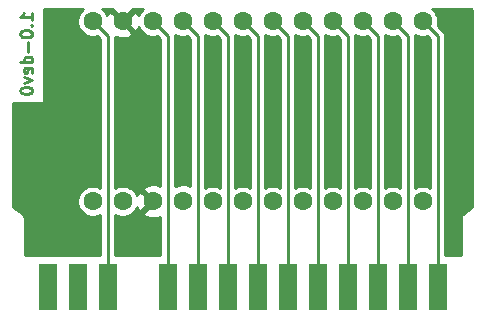
<source format=gbr>
G04 #@! TF.GenerationSoftware,KiCad,Pcbnew,(5.1.2-1)-1*
G04 #@! TF.CreationDate,2021-01-18T23:39:36-08:00*
G04 #@! TF.ProjectId,cart,63617274-2e6b-4696-9361-645f70636258,rev?*
G04 #@! TF.SameCoordinates,Original*
G04 #@! TF.FileFunction,Copper,L2,Bot*
G04 #@! TF.FilePolarity,Positive*
%FSLAX46Y46*%
G04 Gerber Fmt 4.6, Leading zero omitted, Abs format (unit mm)*
G04 Created by KiCad (PCBNEW (5.1.2-1)-1) date 2021-01-18 23:39:36*
%MOMM*%
%LPD*%
G04 APERTURE LIST*
%ADD10C,0.228600*%
%ADD11R,1.600000X4.000000*%
%ADD12C,1.600000*%
%ADD13C,0.600000*%
%ADD14C,0.254000*%
G04 APERTURE END LIST*
D10*
X121871619Y-104046685D02*
X121871619Y-103466113D01*
X121871619Y-103756399D02*
X120855619Y-103756399D01*
X121000761Y-103659637D01*
X121097523Y-103562875D01*
X121145904Y-103466113D01*
X121774857Y-104482113D02*
X121823238Y-104530494D01*
X121871619Y-104482113D01*
X121823238Y-104433732D01*
X121774857Y-104482113D01*
X121871619Y-104482113D01*
X120855619Y-105159447D02*
X120855619Y-105256209D01*
X120904000Y-105352970D01*
X120952380Y-105401351D01*
X121049142Y-105449732D01*
X121242666Y-105498113D01*
X121484571Y-105498113D01*
X121678095Y-105449732D01*
X121774857Y-105401351D01*
X121823238Y-105352970D01*
X121871619Y-105256209D01*
X121871619Y-105159447D01*
X121823238Y-105062685D01*
X121774857Y-105014304D01*
X121678095Y-104965923D01*
X121484571Y-104917542D01*
X121242666Y-104917542D01*
X121049142Y-104965923D01*
X120952380Y-105014304D01*
X120904000Y-105062685D01*
X120855619Y-105159447D01*
X121484571Y-105933542D02*
X121484571Y-106707637D01*
X121871619Y-107626875D02*
X120855619Y-107626875D01*
X121823238Y-107626875D02*
X121871619Y-107530113D01*
X121871619Y-107336590D01*
X121823238Y-107239828D01*
X121774857Y-107191447D01*
X121678095Y-107143066D01*
X121387809Y-107143066D01*
X121291047Y-107191447D01*
X121242666Y-107239828D01*
X121194285Y-107336590D01*
X121194285Y-107530113D01*
X121242666Y-107626875D01*
X121823238Y-108497732D02*
X121871619Y-108400970D01*
X121871619Y-108207447D01*
X121823238Y-108110685D01*
X121726476Y-108062304D01*
X121339428Y-108062304D01*
X121242666Y-108110685D01*
X121194285Y-108207447D01*
X121194285Y-108400970D01*
X121242666Y-108497732D01*
X121339428Y-108546113D01*
X121436190Y-108546113D01*
X121532952Y-108062304D01*
X121194285Y-108884780D02*
X121871619Y-109126685D01*
X121194285Y-109368590D01*
X120855619Y-109949161D02*
X120855619Y-110045923D01*
X120904000Y-110142685D01*
X120952380Y-110191066D01*
X121049142Y-110239447D01*
X121242666Y-110287828D01*
X121484571Y-110287828D01*
X121678095Y-110239447D01*
X121774857Y-110191066D01*
X121823238Y-110142685D01*
X121871619Y-110045923D01*
X121871619Y-109949161D01*
X121823238Y-109852399D01*
X121774857Y-109804018D01*
X121678095Y-109755637D01*
X121484571Y-109707256D01*
X121242666Y-109707256D01*
X121049142Y-109755637D01*
X120952380Y-109804018D01*
X120904000Y-109852399D01*
X120855619Y-109949161D01*
D11*
X123190000Y-126619000D03*
X125730000Y-126619000D03*
X128270000Y-126619000D03*
X133350000Y-126619000D03*
X135890000Y-126619000D03*
X138430000Y-126619000D03*
X140970000Y-126619000D03*
X143510000Y-126619000D03*
X146050000Y-126619000D03*
X148590000Y-126619000D03*
X151130000Y-126619000D03*
X156210000Y-126619000D03*
X153670000Y-126619000D03*
D12*
X127000000Y-104140000D03*
X129540000Y-104140000D03*
X132080000Y-104140000D03*
X134620000Y-104140000D03*
X137160000Y-104140000D03*
X139700000Y-104140000D03*
X142240000Y-104140000D03*
X144780000Y-104140000D03*
X147320000Y-104140000D03*
X149860000Y-104140000D03*
X152400000Y-104140000D03*
X154940000Y-104140000D03*
X154940000Y-119380000D03*
X152400000Y-119380000D03*
X149860000Y-119380000D03*
X147320000Y-119380000D03*
X144780000Y-119380000D03*
X142240000Y-119380000D03*
X139700000Y-119380000D03*
X137160000Y-119380000D03*
X134620000Y-119380000D03*
X132080000Y-119380000D03*
X129540000Y-119380000D03*
X127000000Y-119380000D03*
D13*
X134620000Y-111760000D03*
X137160000Y-111760000D03*
X139700000Y-111760000D03*
X142240000Y-111760000D03*
X144780000Y-111760000D03*
X147320000Y-111760000D03*
X149860000Y-111760000D03*
X152400000Y-111760000D03*
X154940000Y-111760000D03*
X158115000Y-111760000D03*
X124206000Y-111760000D03*
D14*
X128270000Y-105410000D02*
X128270000Y-126619000D01*
X127000000Y-104140000D02*
X128270000Y-105410000D01*
X133350000Y-105410000D02*
X133350000Y-126619000D01*
X132080000Y-104140000D02*
X133350000Y-105410000D01*
X135890000Y-105410000D02*
X135890000Y-126619000D01*
X134620000Y-104140000D02*
X135890000Y-105410000D01*
X138430000Y-105410000D02*
X138430000Y-126619000D01*
X137160000Y-104140000D02*
X138430000Y-105410000D01*
X140970000Y-105410000D02*
X140970000Y-126619000D01*
X139700000Y-104140000D02*
X140970000Y-105410000D01*
X143510000Y-105410000D02*
X143510000Y-126619000D01*
X142240000Y-104140000D02*
X143510000Y-105410000D01*
X146050000Y-105410000D02*
X146050000Y-126619000D01*
X144780000Y-104140000D02*
X146050000Y-105410000D01*
X148590000Y-105410000D02*
X148590000Y-126619000D01*
X147320000Y-104140000D02*
X148590000Y-105410000D01*
X151130000Y-105410000D02*
X151130000Y-126619000D01*
X149860000Y-104140000D02*
X151130000Y-105410000D01*
X156210000Y-105410000D02*
X156210000Y-126619000D01*
X154940000Y-104140000D02*
X156210000Y-105410000D01*
X153670000Y-105410000D02*
X153670000Y-126619000D01*
X152400000Y-104140000D02*
X153670000Y-105410000D01*
G36*
X128726903Y-103147298D02*
G01*
X129540000Y-103960395D01*
X130353097Y-103147298D01*
X130338339Y-103097000D01*
X131286622Y-103097000D01*
X131246199Y-103124010D01*
X131064010Y-103306199D01*
X130920865Y-103520430D01*
X130878772Y-103622051D01*
X130843603Y-103523708D01*
X130776671Y-103398486D01*
X130532702Y-103326903D01*
X129719605Y-104140000D01*
X130532702Y-104953097D01*
X130776671Y-104881514D01*
X130880492Y-104662100D01*
X130920865Y-104759570D01*
X131064010Y-104973801D01*
X131246199Y-105155990D01*
X131460430Y-105299135D01*
X131698470Y-105397734D01*
X131951173Y-105448000D01*
X132208827Y-105448000D01*
X132443330Y-105401354D01*
X132715000Y-105673025D01*
X132715001Y-118092930D01*
X132566004Y-118022429D01*
X132291816Y-117953700D01*
X132009488Y-117939783D01*
X131729870Y-117981213D01*
X131463708Y-118076397D01*
X131338486Y-118143329D01*
X131266903Y-118387298D01*
X132080000Y-119200395D01*
X132094143Y-119186253D01*
X132273748Y-119365858D01*
X132259605Y-119380000D01*
X132273748Y-119394143D01*
X132094143Y-119573748D01*
X132080000Y-119559605D01*
X131266903Y-120372702D01*
X131338486Y-120616671D01*
X131593996Y-120737571D01*
X131868184Y-120806300D01*
X132150512Y-120820217D01*
X132430130Y-120778787D01*
X132696292Y-120683603D01*
X132715001Y-120673603D01*
X132715001Y-123888500D01*
X128905000Y-123888500D01*
X128905000Y-120528825D01*
X128920430Y-120539135D01*
X129158470Y-120637734D01*
X129411173Y-120688000D01*
X129668827Y-120688000D01*
X129921530Y-120637734D01*
X130159570Y-120539135D01*
X130373801Y-120395990D01*
X130555990Y-120213801D01*
X130699135Y-119999570D01*
X130741228Y-119897949D01*
X130776397Y-119996292D01*
X130843329Y-120121514D01*
X131087298Y-120193097D01*
X131900395Y-119380000D01*
X131087298Y-118566903D01*
X130843329Y-118638486D01*
X130739508Y-118857900D01*
X130699135Y-118760430D01*
X130555990Y-118546199D01*
X130373801Y-118364010D01*
X130159570Y-118220865D01*
X129921530Y-118122266D01*
X129668827Y-118072000D01*
X129411173Y-118072000D01*
X129158470Y-118122266D01*
X128920430Y-118220865D01*
X128905000Y-118231175D01*
X128905000Y-105441180D01*
X128906328Y-105427699D01*
X129053996Y-105497571D01*
X129328184Y-105566300D01*
X129610512Y-105580217D01*
X129890130Y-105538787D01*
X130156292Y-105443603D01*
X130281514Y-105376671D01*
X130353097Y-105132702D01*
X129540000Y-104319605D01*
X129525858Y-104333748D01*
X129346253Y-104154143D01*
X129360395Y-104140000D01*
X128547298Y-103326903D01*
X128303329Y-103398486D01*
X128199508Y-103617900D01*
X128159135Y-103520430D01*
X128015990Y-103306199D01*
X127833801Y-103124010D01*
X127793378Y-103097000D01*
X128741661Y-103097000D01*
X128726903Y-103147298D01*
X128726903Y-103147298D01*
G37*
X128726903Y-103147298D02*
X129540000Y-103960395D01*
X130353097Y-103147298D01*
X130338339Y-103097000D01*
X131286622Y-103097000D01*
X131246199Y-103124010D01*
X131064010Y-103306199D01*
X130920865Y-103520430D01*
X130878772Y-103622051D01*
X130843603Y-103523708D01*
X130776671Y-103398486D01*
X130532702Y-103326903D01*
X129719605Y-104140000D01*
X130532702Y-104953097D01*
X130776671Y-104881514D01*
X130880492Y-104662100D01*
X130920865Y-104759570D01*
X131064010Y-104973801D01*
X131246199Y-105155990D01*
X131460430Y-105299135D01*
X131698470Y-105397734D01*
X131951173Y-105448000D01*
X132208827Y-105448000D01*
X132443330Y-105401354D01*
X132715000Y-105673025D01*
X132715001Y-118092930D01*
X132566004Y-118022429D01*
X132291816Y-117953700D01*
X132009488Y-117939783D01*
X131729870Y-117981213D01*
X131463708Y-118076397D01*
X131338486Y-118143329D01*
X131266903Y-118387298D01*
X132080000Y-119200395D01*
X132094143Y-119186253D01*
X132273748Y-119365858D01*
X132259605Y-119380000D01*
X132273748Y-119394143D01*
X132094143Y-119573748D01*
X132080000Y-119559605D01*
X131266903Y-120372702D01*
X131338486Y-120616671D01*
X131593996Y-120737571D01*
X131868184Y-120806300D01*
X132150512Y-120820217D01*
X132430130Y-120778787D01*
X132696292Y-120683603D01*
X132715001Y-120673603D01*
X132715001Y-123888500D01*
X128905000Y-123888500D01*
X128905000Y-120528825D01*
X128920430Y-120539135D01*
X129158470Y-120637734D01*
X129411173Y-120688000D01*
X129668827Y-120688000D01*
X129921530Y-120637734D01*
X130159570Y-120539135D01*
X130373801Y-120395990D01*
X130555990Y-120213801D01*
X130699135Y-119999570D01*
X130741228Y-119897949D01*
X130776397Y-119996292D01*
X130843329Y-120121514D01*
X131087298Y-120193097D01*
X131900395Y-119380000D01*
X131087298Y-118566903D01*
X130843329Y-118638486D01*
X130739508Y-118857900D01*
X130699135Y-118760430D01*
X130555990Y-118546199D01*
X130373801Y-118364010D01*
X130159570Y-118220865D01*
X129921530Y-118122266D01*
X129668827Y-118072000D01*
X129411173Y-118072000D01*
X129158470Y-118122266D01*
X128920430Y-118220865D01*
X128905000Y-118231175D01*
X128905000Y-105441180D01*
X128906328Y-105427699D01*
X129053996Y-105497571D01*
X129328184Y-105566300D01*
X129610512Y-105580217D01*
X129890130Y-105538787D01*
X130156292Y-105443603D01*
X130281514Y-105376671D01*
X130353097Y-105132702D01*
X129540000Y-104319605D01*
X129525858Y-104333748D01*
X129346253Y-104154143D01*
X129360395Y-104140000D01*
X128547298Y-103326903D01*
X128303329Y-103398486D01*
X128199508Y-103617900D01*
X128159135Y-103520430D01*
X128015990Y-103306199D01*
X127833801Y-103124010D01*
X127793378Y-103097000D01*
X128741661Y-103097000D01*
X128726903Y-103147298D01*
G36*
X159017344Y-103102792D02*
G01*
X159045572Y-103111315D01*
X159071609Y-103125159D01*
X159094460Y-103143796D01*
X159113257Y-103166517D01*
X159127278Y-103192448D01*
X159135998Y-103220620D01*
X159142000Y-103277722D01*
X159142001Y-119840896D01*
X158420334Y-120390807D01*
X158410579Y-120396021D01*
X158372756Y-120427062D01*
X158357746Y-120438499D01*
X158349713Y-120445972D01*
X158317999Y-120471999D01*
X158305935Y-120486699D01*
X158292027Y-120499638D01*
X158268040Y-120532875D01*
X158242021Y-120564580D01*
X158233060Y-120581344D01*
X158221940Y-120596753D01*
X158204895Y-120634038D01*
X158185564Y-120670204D01*
X158180046Y-120688393D01*
X158172145Y-120705677D01*
X158162701Y-120745575D01*
X158150798Y-120784812D01*
X158148935Y-120803726D01*
X158144557Y-120822221D01*
X158143078Y-120863199D01*
X158142000Y-120874140D01*
X158142000Y-120893046D01*
X158140236Y-120941907D01*
X158142000Y-120952819D01*
X158142000Y-123888500D01*
X156845000Y-123888500D01*
X156845000Y-105441180D01*
X156848071Y-105409999D01*
X156845000Y-105378818D01*
X156845000Y-105378808D01*
X156835812Y-105285518D01*
X156799502Y-105165820D01*
X156740538Y-105055507D01*
X156740537Y-105055505D01*
X156681068Y-104983043D01*
X156661185Y-104958815D01*
X156636956Y-104938931D01*
X156201354Y-104503330D01*
X156248000Y-104268827D01*
X156248000Y-104011173D01*
X156197734Y-103758470D01*
X156099135Y-103520430D01*
X155955990Y-103306199D01*
X155773801Y-103124010D01*
X155733378Y-103097000D01*
X158958268Y-103097000D01*
X159017344Y-103102792D01*
X159017344Y-103102792D01*
G37*
X159017344Y-103102792D02*
X159045572Y-103111315D01*
X159071609Y-103125159D01*
X159094460Y-103143796D01*
X159113257Y-103166517D01*
X159127278Y-103192448D01*
X159135998Y-103220620D01*
X159142000Y-103277722D01*
X159142001Y-119840896D01*
X158420334Y-120390807D01*
X158410579Y-120396021D01*
X158372756Y-120427062D01*
X158357746Y-120438499D01*
X158349713Y-120445972D01*
X158317999Y-120471999D01*
X158305935Y-120486699D01*
X158292027Y-120499638D01*
X158268040Y-120532875D01*
X158242021Y-120564580D01*
X158233060Y-120581344D01*
X158221940Y-120596753D01*
X158204895Y-120634038D01*
X158185564Y-120670204D01*
X158180046Y-120688393D01*
X158172145Y-120705677D01*
X158162701Y-120745575D01*
X158150798Y-120784812D01*
X158148935Y-120803726D01*
X158144557Y-120822221D01*
X158143078Y-120863199D01*
X158142000Y-120874140D01*
X158142000Y-120893046D01*
X158140236Y-120941907D01*
X158142000Y-120952819D01*
X158142000Y-123888500D01*
X156845000Y-123888500D01*
X156845000Y-105441180D01*
X156848071Y-105409999D01*
X156845000Y-105378818D01*
X156845000Y-105378808D01*
X156835812Y-105285518D01*
X156799502Y-105165820D01*
X156740538Y-105055507D01*
X156740537Y-105055505D01*
X156681068Y-104983043D01*
X156661185Y-104958815D01*
X156636956Y-104938931D01*
X156201354Y-104503330D01*
X156248000Y-104268827D01*
X156248000Y-104011173D01*
X156197734Y-103758470D01*
X156099135Y-103520430D01*
X155955990Y-103306199D01*
X155773801Y-103124010D01*
X155733378Y-103097000D01*
X158958268Y-103097000D01*
X159017344Y-103102792D01*
G36*
X126166199Y-103124010D02*
G01*
X125984010Y-103306199D01*
X125840865Y-103520430D01*
X125742266Y-103758470D01*
X125692000Y-104011173D01*
X125692000Y-104268827D01*
X125742266Y-104521530D01*
X125840865Y-104759570D01*
X125984010Y-104973801D01*
X126166199Y-105155990D01*
X126380430Y-105299135D01*
X126618470Y-105397734D01*
X126871173Y-105448000D01*
X127128827Y-105448000D01*
X127363330Y-105401354D01*
X127635000Y-105673025D01*
X127635001Y-118231175D01*
X127619570Y-118220865D01*
X127381530Y-118122266D01*
X127128827Y-118072000D01*
X126871173Y-118072000D01*
X126618470Y-118122266D01*
X126380430Y-118220865D01*
X126166199Y-118364010D01*
X125984010Y-118546199D01*
X125840865Y-118760430D01*
X125742266Y-118998470D01*
X125692000Y-119251173D01*
X125692000Y-119508827D01*
X125742266Y-119761530D01*
X125840865Y-119999570D01*
X125984010Y-120213801D01*
X126166199Y-120395990D01*
X126380430Y-120539135D01*
X126618470Y-120637734D01*
X126871173Y-120688000D01*
X127128827Y-120688000D01*
X127381530Y-120637734D01*
X127619570Y-120539135D01*
X127635001Y-120528824D01*
X127635001Y-123888500D01*
X121258000Y-123888500D01*
X121258000Y-120949819D01*
X121259764Y-120938907D01*
X121258000Y-120890046D01*
X121258000Y-120871139D01*
X121256922Y-120860198D01*
X121255443Y-120819220D01*
X121251065Y-120800725D01*
X121249202Y-120781811D01*
X121237299Y-120742574D01*
X121227855Y-120702676D01*
X121219954Y-120685392D01*
X121214436Y-120667203D01*
X121195105Y-120631037D01*
X121178060Y-120593752D01*
X121166940Y-120578343D01*
X121157979Y-120561579D01*
X121131962Y-120529877D01*
X121107973Y-120496637D01*
X121094062Y-120483695D01*
X121082001Y-120468999D01*
X121050298Y-120442982D01*
X121042254Y-120435498D01*
X121027219Y-120424042D01*
X120989420Y-120393021D01*
X120979672Y-120387811D01*
X120258000Y-119837897D01*
X120258000Y-111069362D01*
X122883930Y-111069362D01*
X122883930Y-103097000D01*
X126206622Y-103097000D01*
X126166199Y-103124010D01*
X126166199Y-103124010D01*
G37*
X126166199Y-103124010D02*
X125984010Y-103306199D01*
X125840865Y-103520430D01*
X125742266Y-103758470D01*
X125692000Y-104011173D01*
X125692000Y-104268827D01*
X125742266Y-104521530D01*
X125840865Y-104759570D01*
X125984010Y-104973801D01*
X126166199Y-105155990D01*
X126380430Y-105299135D01*
X126618470Y-105397734D01*
X126871173Y-105448000D01*
X127128827Y-105448000D01*
X127363330Y-105401354D01*
X127635000Y-105673025D01*
X127635001Y-118231175D01*
X127619570Y-118220865D01*
X127381530Y-118122266D01*
X127128827Y-118072000D01*
X126871173Y-118072000D01*
X126618470Y-118122266D01*
X126380430Y-118220865D01*
X126166199Y-118364010D01*
X125984010Y-118546199D01*
X125840865Y-118760430D01*
X125742266Y-118998470D01*
X125692000Y-119251173D01*
X125692000Y-119508827D01*
X125742266Y-119761530D01*
X125840865Y-119999570D01*
X125984010Y-120213801D01*
X126166199Y-120395990D01*
X126380430Y-120539135D01*
X126618470Y-120637734D01*
X126871173Y-120688000D01*
X127128827Y-120688000D01*
X127381530Y-120637734D01*
X127619570Y-120539135D01*
X127635001Y-120528824D01*
X127635001Y-123888500D01*
X121258000Y-123888500D01*
X121258000Y-120949819D01*
X121259764Y-120938907D01*
X121258000Y-120890046D01*
X121258000Y-120871139D01*
X121256922Y-120860198D01*
X121255443Y-120819220D01*
X121251065Y-120800725D01*
X121249202Y-120781811D01*
X121237299Y-120742574D01*
X121227855Y-120702676D01*
X121219954Y-120685392D01*
X121214436Y-120667203D01*
X121195105Y-120631037D01*
X121178060Y-120593752D01*
X121166940Y-120578343D01*
X121157979Y-120561579D01*
X121131962Y-120529877D01*
X121107973Y-120496637D01*
X121094062Y-120483695D01*
X121082001Y-120468999D01*
X121050298Y-120442982D01*
X121042254Y-120435498D01*
X121027219Y-120424042D01*
X120989420Y-120393021D01*
X120979672Y-120387811D01*
X120258000Y-119837897D01*
X120258000Y-111069362D01*
X122883930Y-111069362D01*
X122883930Y-103097000D01*
X126206622Y-103097000D01*
X126166199Y-103124010D01*
G36*
X134813748Y-119365858D02*
G01*
X134799605Y-119380000D01*
X134813748Y-119394143D01*
X134634143Y-119573748D01*
X134620000Y-119559605D01*
X134605858Y-119573748D01*
X134426253Y-119394143D01*
X134440395Y-119380000D01*
X134426253Y-119365858D01*
X134605858Y-119186253D01*
X134620000Y-119200395D01*
X134634143Y-119186253D01*
X134813748Y-119365858D01*
X134813748Y-119365858D01*
G37*
X134813748Y-119365858D02*
X134799605Y-119380000D01*
X134813748Y-119394143D01*
X134634143Y-119573748D01*
X134620000Y-119559605D01*
X134605858Y-119573748D01*
X134426253Y-119394143D01*
X134440395Y-119380000D01*
X134426253Y-119365858D01*
X134605858Y-119186253D01*
X134620000Y-119200395D01*
X134634143Y-119186253D01*
X134813748Y-119365858D01*
G36*
X139080430Y-105299135D02*
G01*
X139318470Y-105397734D01*
X139571173Y-105448000D01*
X139828827Y-105448000D01*
X140063330Y-105401354D01*
X140335000Y-105673025D01*
X140335001Y-118231175D01*
X140319570Y-118220865D01*
X140081530Y-118122266D01*
X139828827Y-118072000D01*
X139571173Y-118072000D01*
X139318470Y-118122266D01*
X139080430Y-118220865D01*
X139065000Y-118231175D01*
X139065000Y-105441180D01*
X139068071Y-105409999D01*
X139065000Y-105378818D01*
X139065000Y-105378808D01*
X139055812Y-105285518D01*
X139054734Y-105281966D01*
X139080430Y-105299135D01*
X139080430Y-105299135D01*
G37*
X139080430Y-105299135D02*
X139318470Y-105397734D01*
X139571173Y-105448000D01*
X139828827Y-105448000D01*
X140063330Y-105401354D01*
X140335000Y-105673025D01*
X140335001Y-118231175D01*
X140319570Y-118220865D01*
X140081530Y-118122266D01*
X139828827Y-118072000D01*
X139571173Y-118072000D01*
X139318470Y-118122266D01*
X139080430Y-118220865D01*
X139065000Y-118231175D01*
X139065000Y-105441180D01*
X139068071Y-105409999D01*
X139065000Y-105378818D01*
X139065000Y-105378808D01*
X139055812Y-105285518D01*
X139054734Y-105281966D01*
X139080430Y-105299135D01*
G36*
X146700430Y-105299135D02*
G01*
X146938470Y-105397734D01*
X147191173Y-105448000D01*
X147448827Y-105448000D01*
X147683330Y-105401354D01*
X147955000Y-105673025D01*
X147955001Y-118231175D01*
X147939570Y-118220865D01*
X147701530Y-118122266D01*
X147448827Y-118072000D01*
X147191173Y-118072000D01*
X146938470Y-118122266D01*
X146700430Y-118220865D01*
X146685000Y-118231175D01*
X146685000Y-105441180D01*
X146688071Y-105409999D01*
X146685000Y-105378818D01*
X146685000Y-105378808D01*
X146675812Y-105285518D01*
X146674734Y-105281966D01*
X146700430Y-105299135D01*
X146700430Y-105299135D01*
G37*
X146700430Y-105299135D02*
X146938470Y-105397734D01*
X147191173Y-105448000D01*
X147448827Y-105448000D01*
X147683330Y-105401354D01*
X147955000Y-105673025D01*
X147955001Y-118231175D01*
X147939570Y-118220865D01*
X147701530Y-118122266D01*
X147448827Y-118072000D01*
X147191173Y-118072000D01*
X146938470Y-118122266D01*
X146700430Y-118220865D01*
X146685000Y-118231175D01*
X146685000Y-105441180D01*
X146688071Y-105409999D01*
X146685000Y-105378818D01*
X146685000Y-105378808D01*
X146675812Y-105285518D01*
X146674734Y-105281966D01*
X146700430Y-105299135D01*
G36*
X149240430Y-105299135D02*
G01*
X149478470Y-105397734D01*
X149731173Y-105448000D01*
X149988827Y-105448000D01*
X150223330Y-105401354D01*
X150495000Y-105673025D01*
X150495001Y-118231175D01*
X150479570Y-118220865D01*
X150241530Y-118122266D01*
X149988827Y-118072000D01*
X149731173Y-118072000D01*
X149478470Y-118122266D01*
X149240430Y-118220865D01*
X149225000Y-118231175D01*
X149225000Y-105441180D01*
X149228071Y-105409999D01*
X149225000Y-105378818D01*
X149225000Y-105378808D01*
X149215812Y-105285518D01*
X149214734Y-105281966D01*
X149240430Y-105299135D01*
X149240430Y-105299135D01*
G37*
X149240430Y-105299135D02*
X149478470Y-105397734D01*
X149731173Y-105448000D01*
X149988827Y-105448000D01*
X150223330Y-105401354D01*
X150495000Y-105673025D01*
X150495001Y-118231175D01*
X150479570Y-118220865D01*
X150241530Y-118122266D01*
X149988827Y-118072000D01*
X149731173Y-118072000D01*
X149478470Y-118122266D01*
X149240430Y-118220865D01*
X149225000Y-118231175D01*
X149225000Y-105441180D01*
X149228071Y-105409999D01*
X149225000Y-105378818D01*
X149225000Y-105378808D01*
X149215812Y-105285518D01*
X149214734Y-105281966D01*
X149240430Y-105299135D01*
G36*
X154320430Y-105299135D02*
G01*
X154558470Y-105397734D01*
X154811173Y-105448000D01*
X155068827Y-105448000D01*
X155303330Y-105401354D01*
X155575000Y-105673025D01*
X155575001Y-118231175D01*
X155559570Y-118220865D01*
X155321530Y-118122266D01*
X155068827Y-118072000D01*
X154811173Y-118072000D01*
X154558470Y-118122266D01*
X154320430Y-118220865D01*
X154305000Y-118231175D01*
X154305000Y-105441180D01*
X154308071Y-105409999D01*
X154305000Y-105378818D01*
X154305000Y-105378808D01*
X154295812Y-105285518D01*
X154294734Y-105281966D01*
X154320430Y-105299135D01*
X154320430Y-105299135D01*
G37*
X154320430Y-105299135D02*
X154558470Y-105397734D01*
X154811173Y-105448000D01*
X155068827Y-105448000D01*
X155303330Y-105401354D01*
X155575000Y-105673025D01*
X155575001Y-118231175D01*
X155559570Y-118220865D01*
X155321530Y-118122266D01*
X155068827Y-118072000D01*
X154811173Y-118072000D01*
X154558470Y-118122266D01*
X154320430Y-118220865D01*
X154305000Y-118231175D01*
X154305000Y-105441180D01*
X154308071Y-105409999D01*
X154305000Y-105378818D01*
X154305000Y-105378808D01*
X154295812Y-105285518D01*
X154294734Y-105281966D01*
X154320430Y-105299135D01*
G36*
X141620430Y-105299135D02*
G01*
X141858470Y-105397734D01*
X142111173Y-105448000D01*
X142368827Y-105448000D01*
X142603330Y-105401354D01*
X142875000Y-105673025D01*
X142875001Y-118231175D01*
X142859570Y-118220865D01*
X142621530Y-118122266D01*
X142368827Y-118072000D01*
X142111173Y-118072000D01*
X141858470Y-118122266D01*
X141620430Y-118220865D01*
X141605000Y-118231175D01*
X141605000Y-105441180D01*
X141608071Y-105409999D01*
X141605000Y-105378818D01*
X141605000Y-105378808D01*
X141595812Y-105285518D01*
X141594734Y-105281966D01*
X141620430Y-105299135D01*
X141620430Y-105299135D01*
G37*
X141620430Y-105299135D02*
X141858470Y-105397734D01*
X142111173Y-105448000D01*
X142368827Y-105448000D01*
X142603330Y-105401354D01*
X142875000Y-105673025D01*
X142875001Y-118231175D01*
X142859570Y-118220865D01*
X142621530Y-118122266D01*
X142368827Y-118072000D01*
X142111173Y-118072000D01*
X141858470Y-118122266D01*
X141620430Y-118220865D01*
X141605000Y-118231175D01*
X141605000Y-105441180D01*
X141608071Y-105409999D01*
X141605000Y-105378818D01*
X141605000Y-105378808D01*
X141595812Y-105285518D01*
X141594734Y-105281966D01*
X141620430Y-105299135D01*
G36*
X136540430Y-105299135D02*
G01*
X136778470Y-105397734D01*
X137031173Y-105448000D01*
X137288827Y-105448000D01*
X137523330Y-105401354D01*
X137795000Y-105673025D01*
X137795001Y-118231175D01*
X137779570Y-118220865D01*
X137541530Y-118122266D01*
X137288827Y-118072000D01*
X137031173Y-118072000D01*
X136778470Y-118122266D01*
X136540430Y-118220865D01*
X136525000Y-118231175D01*
X136525000Y-105441180D01*
X136528071Y-105409999D01*
X136525000Y-105378818D01*
X136525000Y-105378808D01*
X136515812Y-105285518D01*
X136514734Y-105281966D01*
X136540430Y-105299135D01*
X136540430Y-105299135D01*
G37*
X136540430Y-105299135D02*
X136778470Y-105397734D01*
X137031173Y-105448000D01*
X137288827Y-105448000D01*
X137523330Y-105401354D01*
X137795000Y-105673025D01*
X137795001Y-118231175D01*
X137779570Y-118220865D01*
X137541530Y-118122266D01*
X137288827Y-118072000D01*
X137031173Y-118072000D01*
X136778470Y-118122266D01*
X136540430Y-118220865D01*
X136525000Y-118231175D01*
X136525000Y-105441180D01*
X136528071Y-105409999D01*
X136525000Y-105378818D01*
X136525000Y-105378808D01*
X136515812Y-105285518D01*
X136514734Y-105281966D01*
X136540430Y-105299135D01*
G36*
X144160430Y-105299135D02*
G01*
X144398470Y-105397734D01*
X144651173Y-105448000D01*
X144908827Y-105448000D01*
X145143330Y-105401354D01*
X145415000Y-105673025D01*
X145415001Y-118231175D01*
X145399570Y-118220865D01*
X145161530Y-118122266D01*
X144908827Y-118072000D01*
X144651173Y-118072000D01*
X144398470Y-118122266D01*
X144160430Y-118220865D01*
X144145000Y-118231175D01*
X144145000Y-105441180D01*
X144148071Y-105409999D01*
X144145000Y-105378818D01*
X144145000Y-105378808D01*
X144135812Y-105285518D01*
X144134734Y-105281966D01*
X144160430Y-105299135D01*
X144160430Y-105299135D01*
G37*
X144160430Y-105299135D02*
X144398470Y-105397734D01*
X144651173Y-105448000D01*
X144908827Y-105448000D01*
X145143330Y-105401354D01*
X145415000Y-105673025D01*
X145415001Y-118231175D01*
X145399570Y-118220865D01*
X145161530Y-118122266D01*
X144908827Y-118072000D01*
X144651173Y-118072000D01*
X144398470Y-118122266D01*
X144160430Y-118220865D01*
X144145000Y-118231175D01*
X144145000Y-105441180D01*
X144148071Y-105409999D01*
X144145000Y-105378818D01*
X144145000Y-105378808D01*
X144135812Y-105285518D01*
X144134734Y-105281966D01*
X144160430Y-105299135D01*
G36*
X151780430Y-105299135D02*
G01*
X152018470Y-105397734D01*
X152271173Y-105448000D01*
X152528827Y-105448000D01*
X152763330Y-105401354D01*
X153035000Y-105673025D01*
X153035001Y-118231175D01*
X153019570Y-118220865D01*
X152781530Y-118122266D01*
X152528827Y-118072000D01*
X152271173Y-118072000D01*
X152018470Y-118122266D01*
X151780430Y-118220865D01*
X151765000Y-118231175D01*
X151765000Y-105441180D01*
X151768071Y-105409999D01*
X151765000Y-105378818D01*
X151765000Y-105378808D01*
X151755812Y-105285518D01*
X151754734Y-105281966D01*
X151780430Y-105299135D01*
X151780430Y-105299135D01*
G37*
X151780430Y-105299135D02*
X152018470Y-105397734D01*
X152271173Y-105448000D01*
X152528827Y-105448000D01*
X152763330Y-105401354D01*
X153035000Y-105673025D01*
X153035001Y-118231175D01*
X153019570Y-118220865D01*
X152781530Y-118122266D01*
X152528827Y-118072000D01*
X152271173Y-118072000D01*
X152018470Y-118122266D01*
X151780430Y-118220865D01*
X151765000Y-118231175D01*
X151765000Y-105441180D01*
X151768071Y-105409999D01*
X151765000Y-105378818D01*
X151765000Y-105378808D01*
X151755812Y-105285518D01*
X151754734Y-105281966D01*
X151780430Y-105299135D01*
G36*
X134000430Y-105299135D02*
G01*
X134238470Y-105397734D01*
X134491173Y-105448000D01*
X134748827Y-105448000D01*
X134983330Y-105401354D01*
X135255000Y-105673025D01*
X135255001Y-118092930D01*
X135106004Y-118022429D01*
X134831816Y-117953700D01*
X134549488Y-117939783D01*
X134269870Y-117981213D01*
X134003708Y-118076397D01*
X133985000Y-118086397D01*
X133985000Y-105441180D01*
X133988071Y-105409999D01*
X133985000Y-105378818D01*
X133985000Y-105378808D01*
X133975812Y-105285518D01*
X133974734Y-105281966D01*
X134000430Y-105299135D01*
X134000430Y-105299135D01*
G37*
X134000430Y-105299135D02*
X134238470Y-105397734D01*
X134491173Y-105448000D01*
X134748827Y-105448000D01*
X134983330Y-105401354D01*
X135255000Y-105673025D01*
X135255001Y-118092930D01*
X135106004Y-118022429D01*
X134831816Y-117953700D01*
X134549488Y-117939783D01*
X134269870Y-117981213D01*
X134003708Y-118076397D01*
X133985000Y-118086397D01*
X133985000Y-105441180D01*
X133988071Y-105409999D01*
X133985000Y-105378818D01*
X133985000Y-105378808D01*
X133975812Y-105285518D01*
X133974734Y-105281966D01*
X134000430Y-105299135D01*
M02*

</source>
